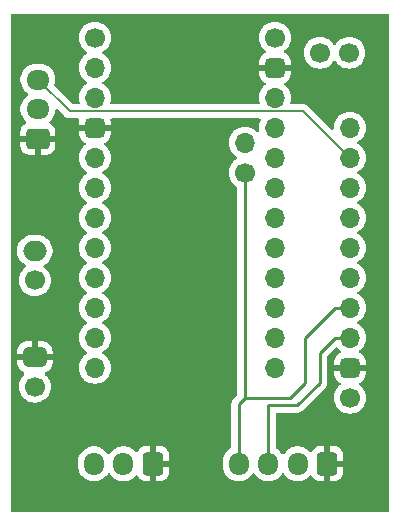
<source format=gbr>
%TF.GenerationSoftware,KiCad,Pcbnew,8.0.8*%
%TF.CreationDate,2025-02-07T21:56:42-07:00*%
%TF.ProjectId,Nitrox_Board,4e697472-6f78-45f4-926f-6172642e6b69,rev?*%
%TF.SameCoordinates,Original*%
%TF.FileFunction,Copper,L2,Bot*%
%TF.FilePolarity,Positive*%
%FSLAX46Y46*%
G04 Gerber Fmt 4.6, Leading zero omitted, Abs format (unit mm)*
G04 Created by KiCad (PCBNEW 8.0.8) date 2025-02-07 21:56:42*
%MOMM*%
%LPD*%
G01*
G04 APERTURE LIST*
G04 Aperture macros list*
%AMRoundRect*
0 Rectangle with rounded corners*
0 $1 Rounding radius*
0 $2 $3 $4 $5 $6 $7 $8 $9 X,Y pos of 4 corners*
0 Add a 4 corners polygon primitive as box body*
4,1,4,$2,$3,$4,$5,$6,$7,$8,$9,$2,$3,0*
0 Add four circle primitives for the rounded corners*
1,1,$1+$1,$2,$3*
1,1,$1+$1,$4,$5*
1,1,$1+$1,$6,$7*
1,1,$1+$1,$8,$9*
0 Add four rect primitives between the rounded corners*
20,1,$1+$1,$2,$3,$4,$5,0*
20,1,$1+$1,$4,$5,$6,$7,0*
20,1,$1+$1,$6,$7,$8,$9,0*
20,1,$1+$1,$8,$9,$2,$3,0*%
G04 Aperture macros list end*
%TA.AperFunction,ComponentPad*%
%ADD10RoundRect,0.250000X0.600000X0.725000X-0.600000X0.725000X-0.600000X-0.725000X0.600000X-0.725000X0*%
%TD*%
%TA.AperFunction,ComponentPad*%
%ADD11O,1.700000X1.950000*%
%TD*%
%TA.AperFunction,ComponentPad*%
%ADD12C,1.700000*%
%TD*%
%TA.AperFunction,ComponentPad*%
%ADD13O,1.700000X1.700000*%
%TD*%
%TA.AperFunction,ComponentPad*%
%ADD14RoundRect,0.425000X-0.425000X-0.425000X0.425000X-0.425000X0.425000X0.425000X-0.425000X0.425000X0*%
%TD*%
%TA.AperFunction,ComponentPad*%
%ADD15O,2.000000X1.700000*%
%TD*%
%TA.AperFunction,ComponentPad*%
%ADD16RoundRect,0.425000X0.575000X-0.425000X0.575000X0.425000X-0.575000X0.425000X-0.575000X-0.425000X0*%
%TD*%
%TA.AperFunction,ComponentPad*%
%ADD17RoundRect,0.250000X0.725000X-0.600000X0.725000X0.600000X-0.725000X0.600000X-0.725000X-0.600000X0*%
%TD*%
%TA.AperFunction,ComponentPad*%
%ADD18O,1.950000X1.700000*%
%TD*%
%TA.AperFunction,Conductor*%
%ADD19C,0.250000*%
%TD*%
%TA.AperFunction,Conductor*%
%ADD20C,0.200000*%
%TD*%
G04 APERTURE END LIST*
D10*
%TO.P,DISP1,1,Pin_1*%
%TO.N,GND*%
X167000000Y-97025000D03*
D11*
%TO.P,DISP1,2,Pin_2*%
%TO.N,VCC*%
X164500000Y-97025000D03*
%TO.P,DISP1,3,Pin_3*%
%TO.N,SCL*%
X162000000Y-97025000D03*
%TO.P,DISP1,4,Pin_4*%
%TO.N,SDA*%
X159500000Y-97025000D03*
%TD*%
D12*
%TO.P,i2c,1,Pin_1*%
%TO.N,SDA*%
X160020000Y-72390000D03*
D13*
%TO.P,i2c,2,Pin_2*%
%TO.N,SCL*%
X160020000Y-69850000D03*
%TD*%
D12*
%TO.P,Pro Mini,1,Pin_1*%
%TO.N,unconnected-(ProMini1-Pin_1-Pad1)*%
X147320000Y-60960000D03*
D13*
%TO.P,Pro Mini,2,Pin_2*%
%TO.N,unconnected-(ProMini1-Pin_2-Pad2)*%
X147320000Y-63500000D03*
%TO.P,Pro Mini,3,Pin_3*%
%TO.N,unconnected-(ProMini1-Pin_3-Pad3)*%
X147320000Y-66040000D03*
D14*
%TO.P,Pro Mini,4,Pin_4*%
%TO.N,GND*%
X147320000Y-68580000D03*
D13*
%TO.P,Pro Mini,5,Pin_5*%
%TO.N,Net-(Button1-Pin_1)*%
X147320000Y-71120000D03*
%TO.P,Pro Mini,6,Pin_6*%
%TO.N,unconnected-(ProMini1-Pin_6-Pad6)*%
X147320000Y-73660000D03*
%TO.P,Pro Mini,7,Pin_7*%
%TO.N,unconnected-(ProMini1-Pin_7-Pad7)*%
X147320000Y-76200000D03*
%TO.P,Pro Mini,8,Pin_8*%
%TO.N,unconnected-(ProMini1-Pin_8-Pad8)*%
X147320000Y-78740000D03*
%TO.P,Pro Mini,9,Pin_9*%
%TO.N,unconnected-(ProMini1-Pin_9-Pad9)*%
X147320000Y-81280000D03*
%TO.P,Pro Mini,10,Pin_10*%
%TO.N,unconnected-(ProMini1-Pin_10-Pad10)*%
X147320000Y-83820000D03*
%TO.P,Pro Mini,11,Pin_11*%
%TO.N,unconnected-(ProMini1-Pin_11-Pad11)*%
X147320000Y-86360000D03*
%TO.P,Pro Mini,12,Pin_12*%
%TO.N,unconnected-(ProMini1-Pin_12-Pad12)*%
X147320000Y-88900000D03*
%TD*%
D12*
%TO.P,SWTCH1,1,Pin_1*%
%TO.N,Net-(BAT1-Pin_1)*%
X142240000Y-81500000D03*
D15*
%TO.P,SWTCH1,2,Pin_2*%
%TO.N,Net-(ProMini2-Pin_1)*%
X142240000Y-79000000D03*
%TD*%
D10*
%TO.P,Button1,1,Pin_1*%
%TO.N,GND*%
X152250000Y-97025000D03*
D11*
%TO.P,Button1,2,Pin_2*%
%TO.N,VCC*%
X149750000Y-97025000D03*
%TO.P,Button1,3,Pin_3*%
%TO.N,Net-(Button1-Pin_1)*%
X147250000Y-97025000D03*
%TD*%
D12*
%TO.P,BAT1,1,Pin_1*%
%TO.N,Net-(BAT1-Pin_1)*%
X142240000Y-90500000D03*
D16*
%TO.P,BAT1,2,Pin_2*%
%TO.N,GND*%
X142240000Y-88000000D03*
%TD*%
D17*
%TO.P,COSENS,1,Pin_1*%
%TO.N,GND*%
X142500000Y-69500000D03*
D18*
%TO.P,COSENS,2,Pin_2*%
%TO.N,Net-(ProMini2-Pin_1)*%
X142500000Y-67000000D03*
%TO.P,COSENS,3,Pin_3*%
%TO.N,unconnected-(ADS1115-Pin_9-Pad9)*%
X142500000Y-64500000D03*
%TD*%
D12*
%TO.P,ProMini2,1,Pin_1*%
%TO.N,Net-(ProMini2-Pin_1)*%
X162560000Y-60960000D03*
D14*
%TO.P,ProMini2,2,Pin_2*%
%TO.N,GND*%
X162560000Y-63500000D03*
D13*
%TO.P,ProMini2,3,Pin_3*%
%TO.N,unconnected-(ProMini2-Pin_3-Pad3)*%
X162560000Y-66040000D03*
%TO.P,ProMini2,4,Pin_4*%
%TO.N,VCC*%
X162560000Y-68580000D03*
%TO.P,ProMini2,5,Pin_5*%
%TO.N,unconnected-(ProMini2-Pin_5-Pad5)*%
X162560000Y-71120000D03*
%TO.P,ProMini2,6,Pin_6*%
%TO.N,unconnected-(ProMini2-Pin_6-Pad6)*%
X162560000Y-73660000D03*
%TO.P,ProMini2,7,Pin_7*%
%TO.N,unconnected-(ProMini2-Pin_7-Pad7)*%
X162560000Y-76200000D03*
%TO.P,ProMini2,8,Pin_8*%
%TO.N,unconnected-(ProMini2-Pin_8-Pad8)*%
X162560000Y-78740000D03*
%TO.P,ProMini2,9,Pin_9*%
%TO.N,unconnected-(ProMini2-Pin_9-Pad9)*%
X162560000Y-81280000D03*
%TO.P,ProMini2,10,Pin_10*%
%TO.N,unconnected-(ProMini2-Pin_10-Pad10)*%
X162560000Y-83820000D03*
%TO.P,ProMini2,11,Pin_11*%
%TO.N,unconnected-(ProMini2-Pin_11-Pad11)*%
X162560000Y-86360000D03*
%TO.P,ProMini2,12,Pin_12*%
%TO.N,unconnected-(ProMini2-Pin_12-Pad12)*%
X162560000Y-88900000D03*
%TD*%
D12*
%TO.P,O2 Sensor,1,Pin_1*%
%TO.N,Net-(ADS1115-Pin_7)*%
X168870000Y-62230000D03*
%TO.P,O2 Sensor,2,Pin_2*%
%TO.N,Net-(ADS1115-Pin_8)*%
X166370000Y-62230000D03*
%TD*%
%TO.P,ADS1115,1,Pin_1*%
%TO.N,VCC*%
X168910000Y-91440000D03*
D14*
%TO.P,ADS1115,2,Pin_2*%
%TO.N,GND*%
X168910000Y-88900000D03*
D13*
%TO.P,ADS1115,3,Pin_3*%
%TO.N,SCL*%
X168910000Y-86360000D03*
%TO.P,ADS1115,4,Pin_4*%
%TO.N,SDA*%
X168910000Y-83820000D03*
%TO.P,ADS1115,5,Pin_5*%
%TO.N,unconnected-(ADS1115-Pin_5-Pad5)*%
X168910000Y-81280000D03*
%TO.P,ADS1115,6,Pin_6*%
%TO.N,unconnected-(ADS1115-Pin_6-Pad6)*%
X168910000Y-78740000D03*
%TO.P,ADS1115,7,Pin_7*%
%TO.N,Net-(ADS1115-Pin_7)*%
X168910000Y-76200000D03*
%TO.P,ADS1115,8,Pin_8*%
%TO.N,Net-(ADS1115-Pin_8)*%
X168910000Y-73660000D03*
%TO.P,ADS1115,9,Pin_9*%
%TO.N,unconnected-(ADS1115-Pin_9-Pad9)*%
X168910000Y-71120000D03*
%TO.P,ADS1115,10,Pin_10*%
%TO.N,unconnected-(ADS1115-Pin_10-Pad10)*%
X168910000Y-68580000D03*
%TD*%
D19*
%TO.N,SCL*%
X166370000Y-90170000D02*
X164465000Y-92075000D01*
X162000000Y-92075000D02*
X162000000Y-96500000D01*
X167640000Y-86360000D02*
X166370000Y-87630000D01*
X166370000Y-87630000D02*
X166370000Y-90170000D01*
X164465000Y-92075000D02*
X162000000Y-92075000D01*
X168910000Y-86360000D02*
X167640000Y-86360000D01*
%TO.N,SDA*%
X165100000Y-86360000D02*
X167640000Y-83820000D01*
X160020000Y-72390000D02*
X160020000Y-91440000D01*
X160020000Y-91440000D02*
X159500000Y-91960000D01*
X163830000Y-91440000D02*
X165100000Y-90170000D01*
X165100000Y-90170000D02*
X165100000Y-86360000D01*
X159500000Y-91960000D02*
X159500000Y-96500000D01*
X160020000Y-91440000D02*
X163830000Y-91440000D01*
X167640000Y-83820000D02*
X168910000Y-83820000D01*
D20*
%TO.N,unconnected-(ADS1115-Pin_9-Pad9)*%
X164980000Y-67190000D02*
X145190000Y-67190000D01*
X145190000Y-67190000D02*
X142500000Y-64500000D01*
X168910000Y-71120000D02*
X164980000Y-67190000D01*
%TD*%
%TA.AperFunction,Conductor*%
%TO.N,GND*%
G36*
X172162539Y-58940185D02*
G01*
X172208294Y-58992989D01*
X172219500Y-59044500D01*
X172219500Y-101015500D01*
X172199815Y-101082539D01*
X172147011Y-101128294D01*
X172095500Y-101139500D01*
X140324500Y-101139500D01*
X140257461Y-101119815D01*
X140211706Y-101067011D01*
X140200500Y-101015500D01*
X140200500Y-96793713D01*
X145899500Y-96793713D01*
X145899500Y-97256287D01*
X145932754Y-97466243D01*
X145943722Y-97500000D01*
X145998444Y-97668414D01*
X146094951Y-97857820D01*
X146219890Y-98029786D01*
X146370213Y-98180109D01*
X146542179Y-98305048D01*
X146542181Y-98305049D01*
X146542184Y-98305051D01*
X146731588Y-98401557D01*
X146933757Y-98467246D01*
X147143713Y-98500500D01*
X147143714Y-98500500D01*
X147356286Y-98500500D01*
X147356287Y-98500500D01*
X147566243Y-98467246D01*
X147768412Y-98401557D01*
X147957816Y-98305051D01*
X147979789Y-98289086D01*
X148129786Y-98180109D01*
X148129788Y-98180106D01*
X148129792Y-98180104D01*
X148280104Y-98029792D01*
X148399683Y-97865204D01*
X148455011Y-97822540D01*
X148524624Y-97816561D01*
X148586420Y-97849166D01*
X148600313Y-97865199D01*
X148627552Y-97902690D01*
X148719896Y-98029792D01*
X148870213Y-98180109D01*
X149042179Y-98305048D01*
X149042181Y-98305049D01*
X149042184Y-98305051D01*
X149231588Y-98401557D01*
X149433757Y-98467246D01*
X149643713Y-98500500D01*
X149643714Y-98500500D01*
X149856286Y-98500500D01*
X149856287Y-98500500D01*
X150066243Y-98467246D01*
X150268412Y-98401557D01*
X150457816Y-98305051D01*
X150515141Y-98263402D01*
X150629784Y-98180110D01*
X150629784Y-98180109D01*
X150629792Y-98180104D01*
X150768967Y-98040928D01*
X150830286Y-98007446D01*
X150899978Y-98012430D01*
X150955912Y-98054301D01*
X150962184Y-98063515D01*
X151057684Y-98218345D01*
X151181654Y-98342315D01*
X151330875Y-98434356D01*
X151330880Y-98434358D01*
X151497302Y-98489505D01*
X151497309Y-98489506D01*
X151600019Y-98499999D01*
X151999999Y-98499999D01*
X152000000Y-98499998D01*
X152000000Y-97429145D01*
X152066657Y-97467630D01*
X152187465Y-97500000D01*
X152312535Y-97500000D01*
X152433343Y-97467630D01*
X152500000Y-97429145D01*
X152500000Y-98499999D01*
X152899972Y-98499999D01*
X152899986Y-98499998D01*
X153002697Y-98489505D01*
X153169119Y-98434358D01*
X153169124Y-98434356D01*
X153318345Y-98342315D01*
X153442315Y-98218345D01*
X153534356Y-98069124D01*
X153534358Y-98069119D01*
X153589505Y-97902697D01*
X153589506Y-97902690D01*
X153599999Y-97799986D01*
X153600000Y-97799973D01*
X153600000Y-97275000D01*
X152654146Y-97275000D01*
X152692630Y-97208343D01*
X152725000Y-97087535D01*
X152725000Y-96962465D01*
X152692630Y-96841657D01*
X152654146Y-96775000D01*
X153599999Y-96775000D01*
X153599999Y-96250028D01*
X153599998Y-96250013D01*
X153589505Y-96147302D01*
X153534358Y-95980880D01*
X153534356Y-95980875D01*
X153442315Y-95831654D01*
X153318345Y-95707684D01*
X153169124Y-95615643D01*
X153169119Y-95615641D01*
X153002697Y-95560494D01*
X153002690Y-95560493D01*
X152899986Y-95550000D01*
X152500000Y-95550000D01*
X152500000Y-96620854D01*
X152433343Y-96582370D01*
X152312535Y-96550000D01*
X152187465Y-96550000D01*
X152066657Y-96582370D01*
X152000000Y-96620854D01*
X152000000Y-95550000D01*
X151600028Y-95550000D01*
X151600012Y-95550001D01*
X151497302Y-95560494D01*
X151330880Y-95615641D01*
X151330875Y-95615643D01*
X151181654Y-95707684D01*
X151057683Y-95831655D01*
X151057680Y-95831659D01*
X150962183Y-95986484D01*
X150910235Y-96033209D01*
X150841273Y-96044430D01*
X150777191Y-96016587D01*
X150768964Y-96009068D01*
X150629786Y-95869890D01*
X150457820Y-95744951D01*
X150268414Y-95648444D01*
X150268413Y-95648443D01*
X150268412Y-95648443D01*
X150066243Y-95582754D01*
X150066241Y-95582753D01*
X150066240Y-95582753D01*
X149904957Y-95557208D01*
X149856287Y-95549500D01*
X149643713Y-95549500D01*
X149595042Y-95557208D01*
X149433760Y-95582753D01*
X149231585Y-95648444D01*
X149042179Y-95744951D01*
X148870213Y-95869890D01*
X148719894Y-96020209D01*
X148719890Y-96020214D01*
X148600318Y-96184793D01*
X148544989Y-96227459D01*
X148475375Y-96233438D01*
X148413580Y-96200833D01*
X148399682Y-96184793D01*
X148280109Y-96020214D01*
X148280105Y-96020209D01*
X148129786Y-95869890D01*
X147957820Y-95744951D01*
X147768414Y-95648444D01*
X147768413Y-95648443D01*
X147768412Y-95648443D01*
X147566243Y-95582754D01*
X147566241Y-95582753D01*
X147566240Y-95582753D01*
X147404957Y-95557208D01*
X147356287Y-95549500D01*
X147143713Y-95549500D01*
X147095042Y-95557208D01*
X146933760Y-95582753D01*
X146731585Y-95648444D01*
X146542179Y-95744951D01*
X146370213Y-95869890D01*
X146219890Y-96020213D01*
X146094951Y-96192179D01*
X145998444Y-96381585D01*
X145932753Y-96583760D01*
X145923069Y-96644905D01*
X145899500Y-96793713D01*
X140200500Y-96793713D01*
X140200500Y-87510256D01*
X140740000Y-87510256D01*
X140740000Y-87750000D01*
X141806988Y-87750000D01*
X141774075Y-87807007D01*
X141740000Y-87934174D01*
X141740000Y-88065826D01*
X141774075Y-88192993D01*
X141806988Y-88250000D01*
X140740000Y-88250000D01*
X140740000Y-88489743D01*
X140746355Y-88570497D01*
X140796682Y-88758315D01*
X140884957Y-88931567D01*
X141007324Y-89082675D01*
X141158432Y-89205042D01*
X141315486Y-89285065D01*
X141366282Y-89333039D01*
X141383077Y-89400860D01*
X141360540Y-89466995D01*
X141346872Y-89483231D01*
X141201505Y-89628597D01*
X141065965Y-89822169D01*
X141065964Y-89822171D01*
X140966098Y-90036335D01*
X140966094Y-90036344D01*
X140904938Y-90264586D01*
X140904936Y-90264596D01*
X140884341Y-90499999D01*
X140884341Y-90500000D01*
X140904936Y-90735403D01*
X140904938Y-90735413D01*
X140966094Y-90963655D01*
X140966096Y-90963659D01*
X140966097Y-90963663D01*
X141043450Y-91129547D01*
X141065965Y-91177830D01*
X141065967Y-91177834D01*
X141174281Y-91332521D01*
X141201505Y-91371401D01*
X141368599Y-91538495D01*
X141401121Y-91561267D01*
X141562165Y-91674032D01*
X141562167Y-91674033D01*
X141562170Y-91674035D01*
X141776337Y-91773903D01*
X141776343Y-91773904D01*
X141776344Y-91773905D01*
X141789944Y-91777549D01*
X142004592Y-91835063D01*
X142192918Y-91851539D01*
X142239999Y-91855659D01*
X142240000Y-91855659D01*
X142240001Y-91855659D01*
X142279234Y-91852226D01*
X142475408Y-91835063D01*
X142703663Y-91773903D01*
X142917830Y-91674035D01*
X143111401Y-91538495D01*
X143278495Y-91371401D01*
X143414035Y-91177830D01*
X143513903Y-90963663D01*
X143575063Y-90735408D01*
X143595659Y-90500000D01*
X143575063Y-90264592D01*
X143513903Y-90036337D01*
X143414035Y-89822171D01*
X143378486Y-89771402D01*
X143278496Y-89628600D01*
X143227726Y-89577830D01*
X143133125Y-89483229D01*
X143099642Y-89421909D01*
X143104626Y-89352217D01*
X143146497Y-89296283D01*
X143164514Y-89285065D01*
X143321564Y-89205044D01*
X143321566Y-89205043D01*
X143472675Y-89082675D01*
X143595042Y-88931567D01*
X143683317Y-88758315D01*
X143733644Y-88570497D01*
X143739999Y-88489743D01*
X143740000Y-88489730D01*
X143740000Y-88250000D01*
X142673012Y-88250000D01*
X142705925Y-88192993D01*
X142740000Y-88065826D01*
X142740000Y-87934174D01*
X142705925Y-87807007D01*
X142673012Y-87750000D01*
X143740000Y-87750000D01*
X143740000Y-87510269D01*
X143739999Y-87510256D01*
X143733644Y-87429502D01*
X143683317Y-87241684D01*
X143595042Y-87068432D01*
X143472675Y-86917324D01*
X143321567Y-86794957D01*
X143148315Y-86706682D01*
X142960497Y-86656355D01*
X142879743Y-86650000D01*
X142490000Y-86650000D01*
X142490000Y-87566988D01*
X142432993Y-87534075D01*
X142305826Y-87500000D01*
X142174174Y-87500000D01*
X142047007Y-87534075D01*
X141990000Y-87566988D01*
X141990000Y-86650000D01*
X141600256Y-86650000D01*
X141519502Y-86656355D01*
X141331684Y-86706682D01*
X141158432Y-86794957D01*
X141007324Y-86917324D01*
X140884957Y-87068432D01*
X140796682Y-87241684D01*
X140746355Y-87429502D01*
X140740000Y-87510256D01*
X140200500Y-87510256D01*
X140200500Y-78893713D01*
X140739500Y-78893713D01*
X140739500Y-79106286D01*
X140772753Y-79316239D01*
X140838444Y-79518414D01*
X140934951Y-79707820D01*
X141059890Y-79879786D01*
X141210213Y-80030109D01*
X141382179Y-80155048D01*
X141382181Y-80155049D01*
X141382184Y-80155051D01*
X141443765Y-80186428D01*
X141443767Y-80186429D01*
X141494563Y-80234404D01*
X141511358Y-80302225D01*
X141488821Y-80368360D01*
X141458595Y-80398489D01*
X141368597Y-80461505D01*
X141201505Y-80628597D01*
X141065965Y-80822169D01*
X141065964Y-80822171D01*
X140966098Y-81036335D01*
X140966094Y-81036344D01*
X140904938Y-81264586D01*
X140904936Y-81264596D01*
X140884341Y-81499999D01*
X140884341Y-81500000D01*
X140904936Y-81735403D01*
X140904938Y-81735413D01*
X140966094Y-81963655D01*
X140966096Y-81963659D01*
X140966097Y-81963663D01*
X141053638Y-82151395D01*
X141065965Y-82177830D01*
X141065967Y-82177834D01*
X141164458Y-82318493D01*
X141201505Y-82371401D01*
X141368599Y-82538495D01*
X141385030Y-82550000D01*
X141562165Y-82674032D01*
X141562167Y-82674033D01*
X141562170Y-82674035D01*
X141776337Y-82773903D01*
X142004592Y-82835063D01*
X142192918Y-82851539D01*
X142239999Y-82855659D01*
X142240000Y-82855659D01*
X142240001Y-82855659D01*
X142279234Y-82852226D01*
X142475408Y-82835063D01*
X142703663Y-82773903D01*
X142917830Y-82674035D01*
X143111401Y-82538495D01*
X143278495Y-82371401D01*
X143414035Y-82177830D01*
X143513903Y-81963663D01*
X143575063Y-81735408D01*
X143595659Y-81500000D01*
X143575063Y-81264592D01*
X143513903Y-81036337D01*
X143414035Y-80822171D01*
X143278495Y-80628599D01*
X143278494Y-80628597D01*
X143111402Y-80461506D01*
X143111393Y-80461499D01*
X143021404Y-80398487D01*
X142977779Y-80343910D01*
X142970587Y-80274412D01*
X143002109Y-80212057D01*
X143036231Y-80186429D01*
X143097816Y-80155051D01*
X143180669Y-80094855D01*
X143269786Y-80030109D01*
X143269788Y-80030106D01*
X143269792Y-80030104D01*
X143420104Y-79879792D01*
X143420106Y-79879788D01*
X143420109Y-79879786D01*
X143545048Y-79707820D01*
X143545047Y-79707820D01*
X143545051Y-79707816D01*
X143641557Y-79518412D01*
X143707246Y-79316243D01*
X143740500Y-79106287D01*
X143740500Y-78893713D01*
X143707246Y-78683757D01*
X143641557Y-78481588D01*
X143545051Y-78292184D01*
X143545049Y-78292181D01*
X143545048Y-78292179D01*
X143420109Y-78120213D01*
X143269786Y-77969890D01*
X143097820Y-77844951D01*
X142908414Y-77748444D01*
X142908413Y-77748443D01*
X142908412Y-77748443D01*
X142706243Y-77682754D01*
X142706241Y-77682753D01*
X142706240Y-77682753D01*
X142544957Y-77657208D01*
X142496287Y-77649500D01*
X141983713Y-77649500D01*
X141935042Y-77657208D01*
X141773760Y-77682753D01*
X141571585Y-77748444D01*
X141382179Y-77844951D01*
X141210213Y-77969890D01*
X141059890Y-78120213D01*
X140934951Y-78292179D01*
X140838444Y-78481585D01*
X140772753Y-78683760D01*
X140739500Y-78893713D01*
X140200500Y-78893713D01*
X140200500Y-64393713D01*
X141024500Y-64393713D01*
X141024500Y-64606286D01*
X141049811Y-64766097D01*
X141057754Y-64816243D01*
X141117950Y-65001507D01*
X141123444Y-65018414D01*
X141219951Y-65207820D01*
X141344890Y-65379786D01*
X141495209Y-65530105D01*
X141495214Y-65530109D01*
X141659793Y-65649682D01*
X141702459Y-65705011D01*
X141708438Y-65774625D01*
X141675833Y-65836420D01*
X141659793Y-65850318D01*
X141495214Y-65969890D01*
X141495209Y-65969894D01*
X141344890Y-66120213D01*
X141219951Y-66292179D01*
X141123444Y-66481585D01*
X141057753Y-66683760D01*
X141024500Y-66893713D01*
X141024500Y-67106286D01*
X141056146Y-67306094D01*
X141057754Y-67316243D01*
X141086907Y-67405967D01*
X141123444Y-67518414D01*
X141219951Y-67707820D01*
X141344890Y-67879786D01*
X141484068Y-68018964D01*
X141517553Y-68080287D01*
X141512569Y-68149979D01*
X141470697Y-68205912D01*
X141461484Y-68212183D01*
X141306659Y-68307680D01*
X141306655Y-68307683D01*
X141182684Y-68431654D01*
X141090643Y-68580875D01*
X141090641Y-68580880D01*
X141035494Y-68747302D01*
X141035493Y-68747309D01*
X141025000Y-68850013D01*
X141025000Y-69250000D01*
X142095854Y-69250000D01*
X142057370Y-69316657D01*
X142025000Y-69437465D01*
X142025000Y-69562535D01*
X142057370Y-69683343D01*
X142095854Y-69750000D01*
X141025001Y-69750000D01*
X141025001Y-70149986D01*
X141035494Y-70252697D01*
X141090641Y-70419119D01*
X141090643Y-70419124D01*
X141182684Y-70568345D01*
X141306654Y-70692315D01*
X141455875Y-70784356D01*
X141455880Y-70784358D01*
X141622302Y-70839505D01*
X141622309Y-70839506D01*
X141725019Y-70849999D01*
X142249999Y-70849999D01*
X142250000Y-70849998D01*
X142250000Y-69904145D01*
X142316657Y-69942630D01*
X142437465Y-69975000D01*
X142562535Y-69975000D01*
X142683343Y-69942630D01*
X142750000Y-69904145D01*
X142750000Y-70849999D01*
X143274972Y-70849999D01*
X143274986Y-70849998D01*
X143377697Y-70839505D01*
X143544119Y-70784358D01*
X143544124Y-70784356D01*
X143693345Y-70692315D01*
X143817315Y-70568345D01*
X143909356Y-70419124D01*
X143909358Y-70419119D01*
X143964505Y-70252697D01*
X143964506Y-70252690D01*
X143974999Y-70149986D01*
X143975000Y-70149973D01*
X143975000Y-69750000D01*
X142904146Y-69750000D01*
X142942630Y-69683343D01*
X142975000Y-69562535D01*
X142975000Y-69437465D01*
X142942630Y-69316657D01*
X142904146Y-69250000D01*
X143974999Y-69250000D01*
X143974999Y-68850028D01*
X143974998Y-68850013D01*
X143964505Y-68747302D01*
X143909358Y-68580880D01*
X143909356Y-68580875D01*
X143817315Y-68431654D01*
X143693345Y-68307684D01*
X143538515Y-68212184D01*
X143491791Y-68160236D01*
X143480568Y-68091273D01*
X143508412Y-68027191D01*
X143515909Y-68018986D01*
X143655104Y-67879792D01*
X143780051Y-67707816D01*
X143876557Y-67518412D01*
X143942246Y-67316243D01*
X143943854Y-67306094D01*
X143956802Y-67224341D01*
X143975500Y-67106287D01*
X143975500Y-67106281D01*
X143975925Y-67103598D01*
X144005854Y-67040463D01*
X144065165Y-67003531D01*
X144135028Y-67004529D01*
X144186079Y-67035314D01*
X144705139Y-67554374D01*
X144705149Y-67554385D01*
X144709479Y-67558715D01*
X144709480Y-67558716D01*
X144821284Y-67670520D01*
X144821286Y-67670521D01*
X144821290Y-67670524D01*
X144887239Y-67708599D01*
X144958216Y-67749577D01*
X145070019Y-67779534D01*
X145110942Y-67790500D01*
X145110943Y-67790500D01*
X145873437Y-67790500D01*
X145940476Y-67810185D01*
X145986231Y-67862989D01*
X145996175Y-67932147D01*
X145993212Y-67946593D01*
X145976355Y-68009501D01*
X145970000Y-68090256D01*
X145970000Y-68330000D01*
X146886988Y-68330000D01*
X146854075Y-68387007D01*
X146820000Y-68514174D01*
X146820000Y-68645826D01*
X146854075Y-68772993D01*
X146886988Y-68830000D01*
X145970000Y-68830000D01*
X145970000Y-69069743D01*
X145976355Y-69150497D01*
X146026682Y-69338315D01*
X146114957Y-69511567D01*
X146237324Y-69662675D01*
X146388433Y-69785043D01*
X146388435Y-69785044D01*
X146484443Y-69833962D01*
X146535239Y-69881936D01*
X146552035Y-69949757D01*
X146529498Y-70015892D01*
X146499274Y-70046021D01*
X146448595Y-70081507D01*
X146281505Y-70248597D01*
X146145965Y-70442169D01*
X146145964Y-70442171D01*
X146046098Y-70656335D01*
X146046094Y-70656344D01*
X145984938Y-70884586D01*
X145984936Y-70884596D01*
X145964341Y-71119999D01*
X145964341Y-71120000D01*
X145984936Y-71355403D01*
X145984938Y-71355413D01*
X146046094Y-71583655D01*
X146046096Y-71583659D01*
X146046097Y-71583663D01*
X146145965Y-71797830D01*
X146145967Y-71797834D01*
X146281501Y-71991395D01*
X146281506Y-71991402D01*
X146448597Y-72158493D01*
X146448603Y-72158498D01*
X146634158Y-72288425D01*
X146677783Y-72343002D01*
X146684977Y-72412500D01*
X146653454Y-72474855D01*
X146634158Y-72491575D01*
X146448597Y-72621505D01*
X146281505Y-72788597D01*
X146145965Y-72982169D01*
X146145964Y-72982171D01*
X146046098Y-73196335D01*
X146046094Y-73196344D01*
X145984938Y-73424586D01*
X145984936Y-73424596D01*
X145964341Y-73659999D01*
X145964341Y-73660000D01*
X145984936Y-73895403D01*
X145984938Y-73895413D01*
X146046094Y-74123655D01*
X146046096Y-74123659D01*
X146046097Y-74123663D01*
X146145965Y-74337830D01*
X146145967Y-74337834D01*
X146281501Y-74531395D01*
X146281506Y-74531402D01*
X146448597Y-74698493D01*
X146448603Y-74698498D01*
X146634158Y-74828425D01*
X146677783Y-74883002D01*
X146684977Y-74952500D01*
X146653454Y-75014855D01*
X146634158Y-75031575D01*
X146448597Y-75161505D01*
X146281505Y-75328597D01*
X146145965Y-75522169D01*
X146145964Y-75522171D01*
X146046098Y-75736335D01*
X146046094Y-75736344D01*
X145984938Y-75964586D01*
X145984936Y-75964596D01*
X145964341Y-76199999D01*
X145964341Y-76200000D01*
X145984936Y-76435403D01*
X145984938Y-76435413D01*
X146046094Y-76663655D01*
X146046096Y-76663659D01*
X146046097Y-76663663D01*
X146145965Y-76877830D01*
X146145967Y-76877834D01*
X146281501Y-77071395D01*
X146281506Y-77071402D01*
X146448597Y-77238493D01*
X146448603Y-77238498D01*
X146634158Y-77368425D01*
X146677783Y-77423002D01*
X146684977Y-77492500D01*
X146653454Y-77554855D01*
X146634158Y-77571575D01*
X146448597Y-77701505D01*
X146281505Y-77868597D01*
X146145965Y-78062169D01*
X146145964Y-78062171D01*
X146046098Y-78276335D01*
X146046094Y-78276344D01*
X145984938Y-78504586D01*
X145984936Y-78504596D01*
X145964341Y-78739999D01*
X145964341Y-78740000D01*
X145984936Y-78975403D01*
X145984938Y-78975413D01*
X146046094Y-79203655D01*
X146046096Y-79203659D01*
X146046097Y-79203663D01*
X146098592Y-79316239D01*
X146145965Y-79417830D01*
X146145967Y-79417834D01*
X146281501Y-79611395D01*
X146281506Y-79611402D01*
X146448597Y-79778493D01*
X146448603Y-79778498D01*
X146634158Y-79908425D01*
X146677783Y-79963002D01*
X146684977Y-80032500D01*
X146653454Y-80094855D01*
X146634158Y-80111575D01*
X146448597Y-80241505D01*
X146281505Y-80408597D01*
X146145965Y-80602169D01*
X146145964Y-80602171D01*
X146046098Y-80816335D01*
X146046094Y-80816344D01*
X145984938Y-81044586D01*
X145984936Y-81044596D01*
X145964341Y-81279999D01*
X145964341Y-81280000D01*
X145984936Y-81515403D01*
X145984938Y-81515413D01*
X146046094Y-81743655D01*
X146046096Y-81743659D01*
X146046097Y-81743663D01*
X146145965Y-81957830D01*
X146145967Y-81957834D01*
X146281501Y-82151395D01*
X146281506Y-82151402D01*
X146448597Y-82318493D01*
X146448603Y-82318498D01*
X146634158Y-82448425D01*
X146677783Y-82503002D01*
X146684977Y-82572500D01*
X146653454Y-82634855D01*
X146634158Y-82651575D01*
X146448597Y-82781505D01*
X146281505Y-82948597D01*
X146145965Y-83142169D01*
X146145964Y-83142171D01*
X146046098Y-83356335D01*
X146046094Y-83356344D01*
X145984938Y-83584586D01*
X145984936Y-83584596D01*
X145964341Y-83819999D01*
X145964341Y-83820000D01*
X145984936Y-84055403D01*
X145984938Y-84055413D01*
X146046094Y-84283655D01*
X146046096Y-84283659D01*
X146046097Y-84283663D01*
X146145965Y-84497830D01*
X146145967Y-84497834D01*
X146281501Y-84691395D01*
X146281506Y-84691402D01*
X146448597Y-84858493D01*
X146448603Y-84858498D01*
X146634158Y-84988425D01*
X146677783Y-85043002D01*
X146684977Y-85112500D01*
X146653454Y-85174855D01*
X146634158Y-85191575D01*
X146448597Y-85321505D01*
X146281505Y-85488597D01*
X146145965Y-85682169D01*
X146145964Y-85682171D01*
X146046098Y-85896335D01*
X146046094Y-85896344D01*
X145984938Y-86124586D01*
X145984936Y-86124596D01*
X145964341Y-86359999D01*
X145964341Y-86360000D01*
X145984936Y-86595403D01*
X145984938Y-86595413D01*
X146046094Y-86823655D01*
X146046096Y-86823659D01*
X146046097Y-86823663D01*
X146089772Y-86917324D01*
X146145965Y-87037830D01*
X146145967Y-87037834D01*
X146234910Y-87164857D01*
X146264229Y-87206729D01*
X146281501Y-87231395D01*
X146281506Y-87231402D01*
X146448597Y-87398493D01*
X146448603Y-87398498D01*
X146634158Y-87528425D01*
X146677783Y-87583002D01*
X146684977Y-87652500D01*
X146653454Y-87714855D01*
X146634158Y-87731575D01*
X146448597Y-87861505D01*
X146281505Y-88028597D01*
X146145965Y-88222169D01*
X146145964Y-88222171D01*
X146046098Y-88436335D01*
X146046094Y-88436344D01*
X145984938Y-88664586D01*
X145984936Y-88664596D01*
X145964341Y-88899999D01*
X145964341Y-88900000D01*
X145984936Y-89135403D01*
X145984938Y-89135413D01*
X146046094Y-89363655D01*
X146046096Y-89363659D01*
X146046097Y-89363663D01*
X146073258Y-89421909D01*
X146145965Y-89577830D01*
X146145967Y-89577834D01*
X146202321Y-89658315D01*
X146281505Y-89771401D01*
X146448599Y-89938495D01*
X146511695Y-89982675D01*
X146642165Y-90074032D01*
X146642167Y-90074033D01*
X146642170Y-90074035D01*
X146856337Y-90173903D01*
X147084592Y-90235063D01*
X147272918Y-90251539D01*
X147319999Y-90255659D01*
X147320000Y-90255659D01*
X147320001Y-90255659D01*
X147359234Y-90252226D01*
X147555408Y-90235063D01*
X147783663Y-90173903D01*
X147997830Y-90074035D01*
X148191401Y-89938495D01*
X148358495Y-89771401D01*
X148494035Y-89577830D01*
X148593903Y-89363663D01*
X148655063Y-89135408D01*
X148675659Y-88900000D01*
X148655063Y-88664592D01*
X148593903Y-88436337D01*
X148494035Y-88222171D01*
X148473605Y-88192993D01*
X148358494Y-88028597D01*
X148191402Y-87861506D01*
X148191396Y-87861501D01*
X148005842Y-87731575D01*
X147962217Y-87676998D01*
X147955023Y-87607500D01*
X147986546Y-87545145D01*
X148005842Y-87528425D01*
X148046437Y-87500000D01*
X148191401Y-87398495D01*
X148358495Y-87231401D01*
X148494035Y-87037830D01*
X148593903Y-86823663D01*
X148655063Y-86595408D01*
X148675659Y-86360000D01*
X148655063Y-86124592D01*
X148593903Y-85896337D01*
X148494035Y-85682171D01*
X148493652Y-85681623D01*
X148358494Y-85488597D01*
X148191402Y-85321506D01*
X148191396Y-85321501D01*
X148005842Y-85191575D01*
X147962217Y-85136998D01*
X147955023Y-85067500D01*
X147986546Y-85005145D01*
X148005842Y-84988425D01*
X148028026Y-84972891D01*
X148191401Y-84858495D01*
X148358495Y-84691401D01*
X148494035Y-84497830D01*
X148593903Y-84283663D01*
X148655063Y-84055408D01*
X148675659Y-83820000D01*
X148655063Y-83584592D01*
X148593903Y-83356337D01*
X148494035Y-83142171D01*
X148493652Y-83141623D01*
X148358494Y-82948597D01*
X148191402Y-82781506D01*
X148191396Y-82781501D01*
X148005842Y-82651575D01*
X147962217Y-82596998D01*
X147955023Y-82527500D01*
X147986546Y-82465145D01*
X148005842Y-82448425D01*
X148115852Y-82371395D01*
X148191401Y-82318495D01*
X148358495Y-82151401D01*
X148494035Y-81957830D01*
X148593903Y-81743663D01*
X148655063Y-81515408D01*
X148675659Y-81280000D01*
X148655063Y-81044592D01*
X148593903Y-80816337D01*
X148494035Y-80602171D01*
X148358495Y-80408599D01*
X148358494Y-80408597D01*
X148191402Y-80241506D01*
X148191396Y-80241501D01*
X148005842Y-80111575D01*
X147962217Y-80056998D01*
X147955023Y-79987500D01*
X147986546Y-79925145D01*
X148005842Y-79908425D01*
X148046743Y-79879786D01*
X148191401Y-79778495D01*
X148358495Y-79611401D01*
X148494035Y-79417830D01*
X148593903Y-79203663D01*
X148655063Y-78975408D01*
X148675659Y-78740000D01*
X148655063Y-78504592D01*
X148593903Y-78276337D01*
X148494035Y-78062171D01*
X148429420Y-77969890D01*
X148358494Y-77868597D01*
X148191402Y-77701506D01*
X148191396Y-77701501D01*
X148005842Y-77571575D01*
X147962217Y-77516998D01*
X147955023Y-77447500D01*
X147986546Y-77385145D01*
X148005842Y-77368425D01*
X148028026Y-77352891D01*
X148191401Y-77238495D01*
X148358495Y-77071401D01*
X148494035Y-76877830D01*
X148593903Y-76663663D01*
X148655063Y-76435408D01*
X148675659Y-76200000D01*
X148655063Y-75964592D01*
X148593903Y-75736337D01*
X148494035Y-75522171D01*
X148358495Y-75328599D01*
X148358494Y-75328597D01*
X148191402Y-75161506D01*
X148191396Y-75161501D01*
X148005842Y-75031575D01*
X147962217Y-74976998D01*
X147955023Y-74907500D01*
X147986546Y-74845145D01*
X148005842Y-74828425D01*
X148028026Y-74812891D01*
X148191401Y-74698495D01*
X148358495Y-74531401D01*
X148494035Y-74337830D01*
X148593903Y-74123663D01*
X148655063Y-73895408D01*
X148675659Y-73660000D01*
X148655063Y-73424592D01*
X148593903Y-73196337D01*
X148494035Y-72982171D01*
X148404054Y-72853663D01*
X148358494Y-72788597D01*
X148191402Y-72621506D01*
X148191396Y-72621501D01*
X148005842Y-72491575D01*
X147962217Y-72436998D01*
X147955023Y-72367500D01*
X147986546Y-72305145D01*
X148005842Y-72288425D01*
X148028026Y-72272891D01*
X148191401Y-72158495D01*
X148358495Y-71991401D01*
X148494035Y-71797830D01*
X148593903Y-71583663D01*
X148655063Y-71355408D01*
X148675659Y-71120000D01*
X148673690Y-71097500D01*
X148666772Y-71018425D01*
X148655063Y-70884592D01*
X148593903Y-70656337D01*
X148494035Y-70442171D01*
X148477898Y-70419124D01*
X148358494Y-70248597D01*
X148191402Y-70081506D01*
X148191401Y-70081505D01*
X148140725Y-70046021D01*
X148097101Y-69991445D01*
X148089909Y-69921946D01*
X148121431Y-69859592D01*
X148155556Y-69833962D01*
X148251565Y-69785044D01*
X148251566Y-69785043D01*
X148402675Y-69662675D01*
X148525042Y-69511567D01*
X148613317Y-69338315D01*
X148663644Y-69150497D01*
X148669999Y-69069743D01*
X148670000Y-69069730D01*
X148670000Y-68830000D01*
X147753012Y-68830000D01*
X147785925Y-68772993D01*
X147820000Y-68645826D01*
X147820000Y-68514174D01*
X147785925Y-68387007D01*
X147753012Y-68330000D01*
X148670000Y-68330000D01*
X148670000Y-68090269D01*
X148669999Y-68090256D01*
X148663644Y-68009501D01*
X148646788Y-67946593D01*
X148648451Y-67876743D01*
X148687614Y-67818881D01*
X148751842Y-67791377D01*
X148766563Y-67790500D01*
X161243397Y-67790500D01*
X161310436Y-67810185D01*
X161356191Y-67862989D01*
X161366135Y-67932147D01*
X161355779Y-67966905D01*
X161286097Y-68116335D01*
X161286094Y-68116344D01*
X161224938Y-68344586D01*
X161224936Y-68344596D01*
X161204341Y-68579999D01*
X161204341Y-68580000D01*
X161224936Y-68815403D01*
X161224938Y-68815412D01*
X161225817Y-68818692D01*
X161225781Y-68820193D01*
X161225878Y-68820742D01*
X161225767Y-68820761D01*
X161224152Y-68888542D01*
X161184988Y-68946403D01*
X161120759Y-68973905D01*
X161051857Y-68962317D01*
X161018360Y-68938464D01*
X160966903Y-68887007D01*
X160891401Y-68811505D01*
X160891397Y-68811502D01*
X160891396Y-68811501D01*
X160697834Y-68675967D01*
X160697830Y-68675965D01*
X160551744Y-68607844D01*
X160483663Y-68576097D01*
X160483659Y-68576096D01*
X160483655Y-68576094D01*
X160255413Y-68514938D01*
X160255403Y-68514936D01*
X160020001Y-68494341D01*
X160019999Y-68494341D01*
X159784596Y-68514936D01*
X159784586Y-68514938D01*
X159556344Y-68576094D01*
X159556335Y-68576098D01*
X159342171Y-68675964D01*
X159342169Y-68675965D01*
X159148597Y-68811505D01*
X158981505Y-68978597D01*
X158845965Y-69172169D01*
X158845964Y-69172171D01*
X158746098Y-69386335D01*
X158746094Y-69386344D01*
X158684938Y-69614586D01*
X158684936Y-69614596D01*
X158664341Y-69849999D01*
X158664341Y-69850000D01*
X158684936Y-70085403D01*
X158684938Y-70085413D01*
X158746094Y-70313655D01*
X158746096Y-70313659D01*
X158746097Y-70313663D01*
X158845965Y-70527830D01*
X158845967Y-70527834D01*
X158981501Y-70721395D01*
X158981506Y-70721402D01*
X159148597Y-70888493D01*
X159148603Y-70888498D01*
X159334158Y-71018425D01*
X159377783Y-71073002D01*
X159384977Y-71142500D01*
X159353454Y-71204855D01*
X159334158Y-71221575D01*
X159148597Y-71351505D01*
X158981505Y-71518597D01*
X158845965Y-71712169D01*
X158845964Y-71712171D01*
X158746098Y-71926335D01*
X158746094Y-71926344D01*
X158684938Y-72154586D01*
X158684936Y-72154596D01*
X158664341Y-72389999D01*
X158664341Y-72390000D01*
X158684936Y-72625403D01*
X158684938Y-72625413D01*
X158746094Y-72853655D01*
X158746096Y-72853659D01*
X158746097Y-72853663D01*
X158845965Y-73067830D01*
X158845967Y-73067834D01*
X158954281Y-73222521D01*
X158981505Y-73261401D01*
X159148599Y-73428495D01*
X159341624Y-73563653D01*
X159385248Y-73618228D01*
X159394500Y-73665226D01*
X159394500Y-91129547D01*
X159374815Y-91196586D01*
X159358181Y-91217228D01*
X159014144Y-91561264D01*
X159014138Y-91561272D01*
X158945690Y-91663708D01*
X158945688Y-91663713D01*
X158898540Y-91777538D01*
X158898537Y-91777547D01*
X158875665Y-91892541D01*
X158875663Y-91892549D01*
X158874500Y-91898394D01*
X158874500Y-95627019D01*
X158854815Y-95694058D01*
X158806797Y-95737503D01*
X158792180Y-95744950D01*
X158620213Y-95869890D01*
X158469890Y-96020213D01*
X158344951Y-96192179D01*
X158248444Y-96381585D01*
X158182753Y-96583760D01*
X158173069Y-96644905D01*
X158149500Y-96793713D01*
X158149500Y-97256287D01*
X158182754Y-97466243D01*
X158193722Y-97500000D01*
X158248444Y-97668414D01*
X158344951Y-97857820D01*
X158469890Y-98029786D01*
X158620213Y-98180109D01*
X158792179Y-98305048D01*
X158792181Y-98305049D01*
X158792184Y-98305051D01*
X158981588Y-98401557D01*
X159183757Y-98467246D01*
X159393713Y-98500500D01*
X159393714Y-98500500D01*
X159606286Y-98500500D01*
X159606287Y-98500500D01*
X159816243Y-98467246D01*
X160018412Y-98401557D01*
X160207816Y-98305051D01*
X160229789Y-98289086D01*
X160379786Y-98180109D01*
X160379788Y-98180106D01*
X160379792Y-98180104D01*
X160530104Y-98029792D01*
X160649683Y-97865204D01*
X160705011Y-97822540D01*
X160774624Y-97816561D01*
X160836420Y-97849166D01*
X160850313Y-97865199D01*
X160877552Y-97902690D01*
X160969896Y-98029792D01*
X161120213Y-98180109D01*
X161292179Y-98305048D01*
X161292181Y-98305049D01*
X161292184Y-98305051D01*
X161481588Y-98401557D01*
X161683757Y-98467246D01*
X161893713Y-98500500D01*
X161893714Y-98500500D01*
X162106286Y-98500500D01*
X162106287Y-98500500D01*
X162316243Y-98467246D01*
X162518412Y-98401557D01*
X162707816Y-98305051D01*
X162729789Y-98289086D01*
X162879786Y-98180109D01*
X162879788Y-98180106D01*
X162879792Y-98180104D01*
X163030104Y-98029792D01*
X163149683Y-97865204D01*
X163205011Y-97822540D01*
X163274624Y-97816561D01*
X163336420Y-97849166D01*
X163350313Y-97865199D01*
X163377552Y-97902690D01*
X163469896Y-98029792D01*
X163620213Y-98180109D01*
X163792179Y-98305048D01*
X163792181Y-98305049D01*
X163792184Y-98305051D01*
X163981588Y-98401557D01*
X164183757Y-98467246D01*
X164393713Y-98500500D01*
X164393714Y-98500500D01*
X164606286Y-98500500D01*
X164606287Y-98500500D01*
X164816243Y-98467246D01*
X165018412Y-98401557D01*
X165207816Y-98305051D01*
X165265141Y-98263402D01*
X165379784Y-98180110D01*
X165379784Y-98180109D01*
X165379792Y-98180104D01*
X165518967Y-98040928D01*
X165580286Y-98007446D01*
X165649978Y-98012430D01*
X165705912Y-98054301D01*
X165712184Y-98063515D01*
X165807684Y-98218345D01*
X165931654Y-98342315D01*
X166080875Y-98434356D01*
X166080880Y-98434358D01*
X166247302Y-98489505D01*
X166247309Y-98489506D01*
X166350019Y-98499999D01*
X166749999Y-98499999D01*
X166750000Y-98499998D01*
X166750000Y-97429145D01*
X166816657Y-97467630D01*
X166937465Y-97500000D01*
X167062535Y-97500000D01*
X167183343Y-97467630D01*
X167250000Y-97429145D01*
X167250000Y-98499999D01*
X167649972Y-98499999D01*
X167649986Y-98499998D01*
X167752697Y-98489505D01*
X167919119Y-98434358D01*
X167919124Y-98434356D01*
X168068345Y-98342315D01*
X168192315Y-98218345D01*
X168284356Y-98069124D01*
X168284358Y-98069119D01*
X168339505Y-97902697D01*
X168339506Y-97902690D01*
X168349999Y-97799986D01*
X168350000Y-97799973D01*
X168350000Y-97275000D01*
X167404146Y-97275000D01*
X167442630Y-97208343D01*
X167475000Y-97087535D01*
X167475000Y-96962465D01*
X167442630Y-96841657D01*
X167404146Y-96775000D01*
X168349999Y-96775000D01*
X168349999Y-96250028D01*
X168349998Y-96250013D01*
X168339505Y-96147302D01*
X168284358Y-95980880D01*
X168284356Y-95980875D01*
X168192315Y-95831654D01*
X168068345Y-95707684D01*
X167919124Y-95615643D01*
X167919119Y-95615641D01*
X167752697Y-95560494D01*
X167752690Y-95560493D01*
X167649986Y-95550000D01*
X167250000Y-95550000D01*
X167250000Y-96620854D01*
X167183343Y-96582370D01*
X167062535Y-96550000D01*
X166937465Y-96550000D01*
X166816657Y-96582370D01*
X166750000Y-96620854D01*
X166750000Y-95550000D01*
X166350028Y-95550000D01*
X166350012Y-95550001D01*
X166247302Y-95560494D01*
X166080880Y-95615641D01*
X166080875Y-95615643D01*
X165931654Y-95707684D01*
X165807683Y-95831655D01*
X165807680Y-95831659D01*
X165712183Y-95986484D01*
X165660235Y-96033209D01*
X165591273Y-96044430D01*
X165527191Y-96016587D01*
X165518964Y-96009068D01*
X165379786Y-95869890D01*
X165207820Y-95744951D01*
X165018414Y-95648444D01*
X165018413Y-95648443D01*
X165018412Y-95648443D01*
X164816243Y-95582754D01*
X164816241Y-95582753D01*
X164816240Y-95582753D01*
X164654957Y-95557208D01*
X164606287Y-95549500D01*
X164393713Y-95549500D01*
X164345042Y-95557208D01*
X164183760Y-95582753D01*
X163981585Y-95648444D01*
X163792179Y-95744951D01*
X163620213Y-95869890D01*
X163469894Y-96020209D01*
X163469890Y-96020214D01*
X163350318Y-96184793D01*
X163294989Y-96227459D01*
X163225375Y-96233438D01*
X163163580Y-96200833D01*
X163149682Y-96184793D01*
X163030109Y-96020214D01*
X163030105Y-96020209D01*
X162879786Y-95869890D01*
X162707819Y-95744950D01*
X162693203Y-95737503D01*
X162642408Y-95689527D01*
X162625500Y-95627019D01*
X162625500Y-92824500D01*
X162645185Y-92757461D01*
X162697989Y-92711706D01*
X162749500Y-92700500D01*
X164526607Y-92700500D01*
X164587029Y-92688481D01*
X164647452Y-92676463D01*
X164647455Y-92676461D01*
X164647458Y-92676461D01*
X164680787Y-92662654D01*
X164680786Y-92662654D01*
X164680792Y-92662652D01*
X164761286Y-92629312D01*
X164812509Y-92595084D01*
X164863733Y-92560858D01*
X164950858Y-92473733D01*
X164950859Y-92473731D01*
X164957925Y-92466665D01*
X164957928Y-92466661D01*
X166768729Y-90655860D01*
X166768733Y-90655858D01*
X166855858Y-90568733D01*
X166924311Y-90466286D01*
X166924312Y-90466285D01*
X166924313Y-90466282D01*
X166924315Y-90466279D01*
X166934672Y-90441272D01*
X166971463Y-90352451D01*
X166995500Y-90231607D01*
X166995500Y-90108393D01*
X166995500Y-87940451D01*
X167015185Y-87873412D01*
X167031815Y-87852774D01*
X167677100Y-87207488D01*
X167738423Y-87174004D01*
X167808115Y-87178988D01*
X167864048Y-87220860D01*
X167866332Y-87224014D01*
X167871505Y-87231401D01*
X167871506Y-87231402D01*
X167871507Y-87231403D01*
X168038597Y-87398493D01*
X168038603Y-87398498D01*
X168089272Y-87433977D01*
X168132897Y-87488554D01*
X168140091Y-87558052D01*
X168108568Y-87620407D01*
X168074444Y-87646037D01*
X167978432Y-87694957D01*
X167827324Y-87817324D01*
X167704957Y-87968432D01*
X167616682Y-88141684D01*
X167566355Y-88329502D01*
X167560000Y-88410256D01*
X167560000Y-88650000D01*
X168476988Y-88650000D01*
X168444075Y-88707007D01*
X168410000Y-88834174D01*
X168410000Y-88965826D01*
X168444075Y-89092993D01*
X168476988Y-89150000D01*
X167560000Y-89150000D01*
X167560000Y-89389743D01*
X167566355Y-89470497D01*
X167616682Y-89658315D01*
X167704957Y-89831567D01*
X167827324Y-89982675D01*
X167978433Y-90105043D01*
X167978435Y-90105044D01*
X168074443Y-90153962D01*
X168125239Y-90201936D01*
X168142035Y-90269757D01*
X168119498Y-90335892D01*
X168089274Y-90366021D01*
X168038595Y-90401507D01*
X167871505Y-90568597D01*
X167735965Y-90762169D01*
X167735964Y-90762171D01*
X167636098Y-90976335D01*
X167636094Y-90976344D01*
X167574938Y-91204586D01*
X167574936Y-91204596D01*
X167554341Y-91439999D01*
X167554341Y-91440000D01*
X167574936Y-91675403D01*
X167574938Y-91675413D01*
X167636094Y-91903655D01*
X167636096Y-91903659D01*
X167636097Y-91903663D01*
X167711563Y-92065500D01*
X167735965Y-92117830D01*
X167735967Y-92117834D01*
X167795891Y-92203413D01*
X167871505Y-92311401D01*
X168038599Y-92478495D01*
X168135384Y-92546265D01*
X168232165Y-92614032D01*
X168232167Y-92614033D01*
X168232170Y-92614035D01*
X168446337Y-92713903D01*
X168674592Y-92775063D01*
X168862918Y-92791539D01*
X168909999Y-92795659D01*
X168910000Y-92795659D01*
X168910001Y-92795659D01*
X168949234Y-92792226D01*
X169145408Y-92775063D01*
X169373663Y-92713903D01*
X169587830Y-92614035D01*
X169781401Y-92478495D01*
X169948495Y-92311401D01*
X170084035Y-92117830D01*
X170183903Y-91903663D01*
X170245063Y-91675408D01*
X170265659Y-91440000D01*
X170245063Y-91204592D01*
X170183903Y-90976337D01*
X170084035Y-90762171D01*
X170065296Y-90735408D01*
X169948494Y-90568597D01*
X169781402Y-90401506D01*
X169781401Y-90401505D01*
X169730725Y-90366021D01*
X169687101Y-90311445D01*
X169679909Y-90241946D01*
X169711431Y-90179592D01*
X169745556Y-90153962D01*
X169841565Y-90105044D01*
X169841566Y-90105043D01*
X169992675Y-89982675D01*
X170115042Y-89831567D01*
X170203317Y-89658315D01*
X170253644Y-89470497D01*
X170259999Y-89389743D01*
X170260000Y-89389730D01*
X170260000Y-89150000D01*
X169343012Y-89150000D01*
X169375925Y-89092993D01*
X169410000Y-88965826D01*
X169410000Y-88834174D01*
X169375925Y-88707007D01*
X169343012Y-88650000D01*
X170260000Y-88650000D01*
X170260000Y-88410269D01*
X170259999Y-88410256D01*
X170253644Y-88329502D01*
X170203317Y-88141684D01*
X170115042Y-87968432D01*
X169992675Y-87817324D01*
X169841567Y-87694957D01*
X169745555Y-87646037D01*
X169694759Y-87598063D01*
X169677964Y-87530242D01*
X169700501Y-87464107D01*
X169730727Y-87433977D01*
X169737118Y-87429502D01*
X169781401Y-87398495D01*
X169948495Y-87231401D01*
X170084035Y-87037830D01*
X170183903Y-86823663D01*
X170245063Y-86595408D01*
X170265659Y-86360000D01*
X170245063Y-86124592D01*
X170183903Y-85896337D01*
X170084035Y-85682171D01*
X170083652Y-85681623D01*
X169948494Y-85488597D01*
X169781402Y-85321506D01*
X169781396Y-85321501D01*
X169595842Y-85191575D01*
X169552217Y-85136998D01*
X169545023Y-85067500D01*
X169576546Y-85005145D01*
X169595842Y-84988425D01*
X169618026Y-84972891D01*
X169781401Y-84858495D01*
X169948495Y-84691401D01*
X170084035Y-84497830D01*
X170183903Y-84283663D01*
X170245063Y-84055408D01*
X170265659Y-83820000D01*
X170245063Y-83584592D01*
X170183903Y-83356337D01*
X170084035Y-83142171D01*
X170083652Y-83141623D01*
X169948494Y-82948597D01*
X169781402Y-82781506D01*
X169781396Y-82781501D01*
X169595842Y-82651575D01*
X169552217Y-82596998D01*
X169545023Y-82527500D01*
X169576546Y-82465145D01*
X169595842Y-82448425D01*
X169705852Y-82371395D01*
X169781401Y-82318495D01*
X169948495Y-82151401D01*
X170084035Y-81957830D01*
X170183903Y-81743663D01*
X170245063Y-81515408D01*
X170265659Y-81280000D01*
X170245063Y-81044592D01*
X170183903Y-80816337D01*
X170084035Y-80602171D01*
X169948495Y-80408599D01*
X169948494Y-80408597D01*
X169781402Y-80241506D01*
X169781396Y-80241501D01*
X169595842Y-80111575D01*
X169552217Y-80056998D01*
X169545023Y-79987500D01*
X169576546Y-79925145D01*
X169595842Y-79908425D01*
X169636743Y-79879786D01*
X169781401Y-79778495D01*
X169948495Y-79611401D01*
X170084035Y-79417830D01*
X170183903Y-79203663D01*
X170245063Y-78975408D01*
X170265659Y-78740000D01*
X170245063Y-78504592D01*
X170183903Y-78276337D01*
X170084035Y-78062171D01*
X170019420Y-77969890D01*
X169948494Y-77868597D01*
X169781402Y-77701506D01*
X169781396Y-77701501D01*
X169595842Y-77571575D01*
X169552217Y-77516998D01*
X169545023Y-77447500D01*
X169576546Y-77385145D01*
X169595842Y-77368425D01*
X169618026Y-77352891D01*
X169781401Y-77238495D01*
X169948495Y-77071401D01*
X170084035Y-76877830D01*
X170183903Y-76663663D01*
X170245063Y-76435408D01*
X170265659Y-76200000D01*
X170245063Y-75964592D01*
X170183903Y-75736337D01*
X170084035Y-75522171D01*
X169948495Y-75328599D01*
X169948494Y-75328597D01*
X169781402Y-75161506D01*
X169781396Y-75161501D01*
X169595842Y-75031575D01*
X169552217Y-74976998D01*
X169545023Y-74907500D01*
X169576546Y-74845145D01*
X169595842Y-74828425D01*
X169618026Y-74812891D01*
X169781401Y-74698495D01*
X169948495Y-74531401D01*
X170084035Y-74337830D01*
X170183903Y-74123663D01*
X170245063Y-73895408D01*
X170265659Y-73660000D01*
X170245063Y-73424592D01*
X170183903Y-73196337D01*
X170084035Y-72982171D01*
X169994054Y-72853663D01*
X169948494Y-72788597D01*
X169781402Y-72621506D01*
X169781396Y-72621501D01*
X169595842Y-72491575D01*
X169552217Y-72436998D01*
X169545023Y-72367500D01*
X169576546Y-72305145D01*
X169595842Y-72288425D01*
X169618026Y-72272891D01*
X169781401Y-72158495D01*
X169948495Y-71991401D01*
X170084035Y-71797830D01*
X170183903Y-71583663D01*
X170245063Y-71355408D01*
X170265659Y-71120000D01*
X170263690Y-71097500D01*
X170256772Y-71018425D01*
X170245063Y-70884592D01*
X170183903Y-70656337D01*
X170084035Y-70442171D01*
X170067898Y-70419124D01*
X169948494Y-70248597D01*
X169781402Y-70081506D01*
X169781396Y-70081501D01*
X169595842Y-69951575D01*
X169552217Y-69896998D01*
X169545023Y-69827500D01*
X169576546Y-69765145D01*
X169595842Y-69748425D01*
X169618026Y-69732891D01*
X169781401Y-69618495D01*
X169948495Y-69451401D01*
X170084035Y-69257830D01*
X170183903Y-69043663D01*
X170245063Y-68815408D01*
X170265659Y-68580000D01*
X170245063Y-68344592D01*
X170183903Y-68116337D01*
X170084035Y-67902171D01*
X170068366Y-67879792D01*
X169948494Y-67708597D01*
X169781402Y-67541506D01*
X169781395Y-67541501D01*
X169587834Y-67405967D01*
X169587830Y-67405965D01*
X169587828Y-67405964D01*
X169373663Y-67306097D01*
X169373659Y-67306096D01*
X169373655Y-67306094D01*
X169145413Y-67244938D01*
X169145403Y-67244936D01*
X168910001Y-67224341D01*
X168909999Y-67224341D01*
X168674596Y-67244936D01*
X168674586Y-67244938D01*
X168446344Y-67306094D01*
X168446335Y-67306098D01*
X168232171Y-67405964D01*
X168232169Y-67405965D01*
X168038597Y-67541505D01*
X167871505Y-67708597D01*
X167735965Y-67902169D01*
X167735964Y-67902171D01*
X167636098Y-68116335D01*
X167636094Y-68116344D01*
X167574938Y-68344586D01*
X167574936Y-68344596D01*
X167554341Y-68579999D01*
X167554341Y-68580000D01*
X167556777Y-68607844D01*
X167543010Y-68676344D01*
X167494395Y-68726528D01*
X167426367Y-68742461D01*
X167360523Y-68719086D01*
X167345568Y-68706333D01*
X165467590Y-66828355D01*
X165467588Y-66828352D01*
X165348717Y-66709481D01*
X165348716Y-66709480D01*
X165261904Y-66659360D01*
X165261904Y-66659359D01*
X165261900Y-66659358D01*
X165211785Y-66630423D01*
X165059057Y-66589499D01*
X164900943Y-66589499D01*
X164893347Y-66589499D01*
X164893331Y-66589500D01*
X163972503Y-66589500D01*
X163905464Y-66569815D01*
X163859709Y-66517011D01*
X163849765Y-66447853D01*
X163852728Y-66433407D01*
X163862195Y-66398072D01*
X163895063Y-66275408D01*
X163915659Y-66040000D01*
X163895063Y-65804592D01*
X163833903Y-65576337D01*
X163734035Y-65362171D01*
X163598495Y-65168599D01*
X163598494Y-65168597D01*
X163431402Y-65001506D01*
X163431401Y-65001505D01*
X163380725Y-64966021D01*
X163337101Y-64911445D01*
X163329909Y-64841946D01*
X163361431Y-64779592D01*
X163395556Y-64753962D01*
X163491565Y-64705044D01*
X163491566Y-64705043D01*
X163642675Y-64582675D01*
X163765042Y-64431567D01*
X163853317Y-64258315D01*
X163903644Y-64070497D01*
X163909999Y-63989743D01*
X163910000Y-63989730D01*
X163910000Y-63750000D01*
X162993012Y-63750000D01*
X163025925Y-63692993D01*
X163060000Y-63565826D01*
X163060000Y-63434174D01*
X163025925Y-63307007D01*
X162993012Y-63250000D01*
X163910000Y-63250000D01*
X163910000Y-63010269D01*
X163909999Y-63010256D01*
X163903644Y-62929502D01*
X163853317Y-62741684D01*
X163765042Y-62568432D01*
X163642675Y-62417324D01*
X163491567Y-62294957D01*
X163395555Y-62246037D01*
X163378574Y-62229999D01*
X165014341Y-62229999D01*
X165014341Y-62230000D01*
X165034936Y-62465403D01*
X165034938Y-62465413D01*
X165096094Y-62693655D01*
X165096096Y-62693659D01*
X165096097Y-62693663D01*
X165189323Y-62893586D01*
X165195965Y-62907830D01*
X165195967Y-62907834D01*
X165304281Y-63062521D01*
X165331505Y-63101401D01*
X165498599Y-63268495D01*
X165553600Y-63307007D01*
X165692165Y-63404032D01*
X165692167Y-63404033D01*
X165692170Y-63404035D01*
X165906337Y-63503903D01*
X166134592Y-63565063D01*
X166322918Y-63581539D01*
X166369999Y-63585659D01*
X166370000Y-63585659D01*
X166370001Y-63585659D01*
X166409234Y-63582226D01*
X166605408Y-63565063D01*
X166833663Y-63503903D01*
X167047830Y-63404035D01*
X167241401Y-63268495D01*
X167408495Y-63101401D01*
X167518425Y-62944405D01*
X167573002Y-62900780D01*
X167642500Y-62893586D01*
X167704855Y-62925109D01*
X167721575Y-62944405D01*
X167831500Y-63101395D01*
X167831505Y-63101401D01*
X167998599Y-63268495D01*
X168053600Y-63307007D01*
X168192165Y-63404032D01*
X168192167Y-63404033D01*
X168192170Y-63404035D01*
X168406337Y-63503903D01*
X168634592Y-63565063D01*
X168822918Y-63581539D01*
X168869999Y-63585659D01*
X168870000Y-63585659D01*
X168870001Y-63585659D01*
X168909234Y-63582226D01*
X169105408Y-63565063D01*
X169333663Y-63503903D01*
X169547830Y-63404035D01*
X169741401Y-63268495D01*
X169908495Y-63101401D01*
X170044035Y-62907830D01*
X170143903Y-62693663D01*
X170205063Y-62465408D01*
X170225659Y-62230000D01*
X170223690Y-62207500D01*
X170208509Y-62033977D01*
X170205063Y-61994592D01*
X170143903Y-61766337D01*
X170044035Y-61552171D01*
X170031936Y-61534891D01*
X169908494Y-61358597D01*
X169741402Y-61191506D01*
X169741395Y-61191501D01*
X169547834Y-61055967D01*
X169547830Y-61055965D01*
X169547828Y-61055964D01*
X169333663Y-60956097D01*
X169333659Y-60956096D01*
X169333655Y-60956094D01*
X169105413Y-60894938D01*
X169105403Y-60894936D01*
X168870001Y-60874341D01*
X168869999Y-60874341D01*
X168634596Y-60894936D01*
X168634586Y-60894938D01*
X168406344Y-60956094D01*
X168406335Y-60956098D01*
X168192171Y-61055964D01*
X168192169Y-61055965D01*
X167998597Y-61191505D01*
X167831505Y-61358597D01*
X167721575Y-61515595D01*
X167666998Y-61559220D01*
X167597500Y-61566414D01*
X167535145Y-61534891D01*
X167518425Y-61515595D01*
X167408494Y-61358597D01*
X167241402Y-61191506D01*
X167241395Y-61191501D01*
X167047834Y-61055967D01*
X167047830Y-61055965D01*
X167047828Y-61055964D01*
X166833663Y-60956097D01*
X166833659Y-60956096D01*
X166833655Y-60956094D01*
X166605413Y-60894938D01*
X166605403Y-60894936D01*
X166370001Y-60874341D01*
X166369999Y-60874341D01*
X166134596Y-60894936D01*
X166134586Y-60894938D01*
X165906344Y-60956094D01*
X165906335Y-60956098D01*
X165692171Y-61055964D01*
X165692169Y-61055965D01*
X165498597Y-61191505D01*
X165331505Y-61358597D01*
X165195965Y-61552169D01*
X165195964Y-61552171D01*
X165096098Y-61766335D01*
X165096094Y-61766344D01*
X165034938Y-61994586D01*
X165034936Y-61994596D01*
X165014341Y-62229999D01*
X163378574Y-62229999D01*
X163344759Y-62198063D01*
X163327964Y-62130242D01*
X163350501Y-62064107D01*
X163380727Y-62033977D01*
X163431401Y-61998495D01*
X163598495Y-61831401D01*
X163734035Y-61637830D01*
X163833903Y-61423663D01*
X163895063Y-61195408D01*
X163915659Y-60960000D01*
X163895063Y-60724592D01*
X163833903Y-60496337D01*
X163734035Y-60282171D01*
X163598495Y-60088599D01*
X163598494Y-60088597D01*
X163431402Y-59921506D01*
X163431395Y-59921501D01*
X163237834Y-59785967D01*
X163237830Y-59785965D01*
X163237828Y-59785964D01*
X163023663Y-59686097D01*
X163023659Y-59686096D01*
X163023655Y-59686094D01*
X162795413Y-59624938D01*
X162795403Y-59624936D01*
X162560001Y-59604341D01*
X162559999Y-59604341D01*
X162324596Y-59624936D01*
X162324586Y-59624938D01*
X162096344Y-59686094D01*
X162096335Y-59686098D01*
X161882171Y-59785964D01*
X161882169Y-59785965D01*
X161688597Y-59921505D01*
X161521505Y-60088597D01*
X161385965Y-60282169D01*
X161385964Y-60282171D01*
X161286098Y-60496335D01*
X161286094Y-60496344D01*
X161224938Y-60724586D01*
X161224936Y-60724596D01*
X161204341Y-60959999D01*
X161204341Y-60960000D01*
X161224936Y-61195403D01*
X161224938Y-61195413D01*
X161286094Y-61423655D01*
X161286096Y-61423659D01*
X161286097Y-61423663D01*
X161352663Y-61566414D01*
X161385965Y-61637830D01*
X161385967Y-61637834D01*
X161521501Y-61831395D01*
X161521506Y-61831402D01*
X161688597Y-61998493D01*
X161688603Y-61998498D01*
X161739272Y-62033977D01*
X161782897Y-62088554D01*
X161790091Y-62158052D01*
X161758568Y-62220407D01*
X161724444Y-62246037D01*
X161628432Y-62294957D01*
X161477324Y-62417324D01*
X161354957Y-62568432D01*
X161266682Y-62741684D01*
X161216355Y-62929502D01*
X161210000Y-63010256D01*
X161210000Y-63250000D01*
X162126988Y-63250000D01*
X162094075Y-63307007D01*
X162060000Y-63434174D01*
X162060000Y-63565826D01*
X162094075Y-63692993D01*
X162126988Y-63750000D01*
X161210000Y-63750000D01*
X161210000Y-63989743D01*
X161216355Y-64070497D01*
X161266682Y-64258315D01*
X161354957Y-64431567D01*
X161477324Y-64582675D01*
X161628433Y-64705043D01*
X161628435Y-64705044D01*
X161724443Y-64753962D01*
X161775239Y-64801936D01*
X161792035Y-64869757D01*
X161769498Y-64935892D01*
X161739274Y-64966021D01*
X161688595Y-65001507D01*
X161521505Y-65168597D01*
X161385965Y-65362169D01*
X161385964Y-65362171D01*
X161286098Y-65576335D01*
X161286094Y-65576344D01*
X161224938Y-65804586D01*
X161224936Y-65804596D01*
X161204341Y-66039999D01*
X161204341Y-66040000D01*
X161224936Y-66275403D01*
X161224938Y-66275413D01*
X161267272Y-66433407D01*
X161265609Y-66503257D01*
X161226446Y-66561119D01*
X161162218Y-66588623D01*
X161147497Y-66589500D01*
X148732503Y-66589500D01*
X148665464Y-66569815D01*
X148619709Y-66517011D01*
X148609765Y-66447853D01*
X148612728Y-66433407D01*
X148622195Y-66398072D01*
X148655063Y-66275408D01*
X148675659Y-66040000D01*
X148655063Y-65804592D01*
X148593903Y-65576337D01*
X148494035Y-65362171D01*
X148358495Y-65168599D01*
X148358494Y-65168597D01*
X148191402Y-65001506D01*
X148191396Y-65001501D01*
X148005842Y-64871575D01*
X147962217Y-64816998D01*
X147955023Y-64747500D01*
X147986546Y-64685145D01*
X148005842Y-64668425D01*
X148094584Y-64606287D01*
X148191401Y-64538495D01*
X148358495Y-64371401D01*
X148494035Y-64177830D01*
X148593903Y-63963663D01*
X148655063Y-63735408D01*
X148675659Y-63500000D01*
X148655063Y-63264592D01*
X148593903Y-63036337D01*
X148494035Y-62822171D01*
X148404054Y-62693663D01*
X148358494Y-62628597D01*
X148191402Y-62461506D01*
X148191396Y-62461501D01*
X148005842Y-62331575D01*
X147962217Y-62276998D01*
X147955023Y-62207500D01*
X147986546Y-62145145D01*
X148005842Y-62128425D01*
X148028026Y-62112891D01*
X148191401Y-61998495D01*
X148358495Y-61831401D01*
X148494035Y-61637830D01*
X148593903Y-61423663D01*
X148655063Y-61195408D01*
X148675659Y-60960000D01*
X148655063Y-60724592D01*
X148593903Y-60496337D01*
X148494035Y-60282171D01*
X148358495Y-60088599D01*
X148358494Y-60088597D01*
X148191402Y-59921506D01*
X148191395Y-59921501D01*
X147997834Y-59785967D01*
X147997830Y-59785965D01*
X147997828Y-59785964D01*
X147783663Y-59686097D01*
X147783659Y-59686096D01*
X147783655Y-59686094D01*
X147555413Y-59624938D01*
X147555403Y-59624936D01*
X147320001Y-59604341D01*
X147319999Y-59604341D01*
X147084596Y-59624936D01*
X147084586Y-59624938D01*
X146856344Y-59686094D01*
X146856335Y-59686098D01*
X146642171Y-59785964D01*
X146642169Y-59785965D01*
X146448597Y-59921505D01*
X146281505Y-60088597D01*
X146145965Y-60282169D01*
X146145964Y-60282171D01*
X146046098Y-60496335D01*
X146046094Y-60496344D01*
X145984938Y-60724586D01*
X145984936Y-60724596D01*
X145964341Y-60959999D01*
X145964341Y-60960000D01*
X145984936Y-61195403D01*
X145984938Y-61195413D01*
X146046094Y-61423655D01*
X146046096Y-61423659D01*
X146046097Y-61423663D01*
X146112663Y-61566414D01*
X146145965Y-61637830D01*
X146145967Y-61637834D01*
X146281501Y-61831395D01*
X146281506Y-61831402D01*
X146448597Y-61998493D01*
X146448603Y-61998498D01*
X146634158Y-62128425D01*
X146677783Y-62183002D01*
X146684977Y-62252500D01*
X146653454Y-62314855D01*
X146634158Y-62331575D01*
X146448597Y-62461505D01*
X146281505Y-62628597D01*
X146145965Y-62822169D01*
X146145964Y-62822171D01*
X146046098Y-63036335D01*
X146046094Y-63036344D01*
X145984938Y-63264586D01*
X145984936Y-63264596D01*
X145964341Y-63499999D01*
X145964341Y-63500000D01*
X145984936Y-63735403D01*
X145984938Y-63735413D01*
X146046094Y-63963655D01*
X146046096Y-63963659D01*
X146046097Y-63963663D01*
X146095915Y-64070497D01*
X146145965Y-64177830D01*
X146145967Y-64177834D01*
X146281501Y-64371395D01*
X146281506Y-64371402D01*
X146448597Y-64538493D01*
X146448603Y-64538498D01*
X146634158Y-64668425D01*
X146677783Y-64723002D01*
X146684977Y-64792500D01*
X146653454Y-64854855D01*
X146634158Y-64871575D01*
X146448597Y-65001505D01*
X146281505Y-65168597D01*
X146145965Y-65362169D01*
X146145964Y-65362171D01*
X146046098Y-65576335D01*
X146046094Y-65576344D01*
X145984938Y-65804586D01*
X145984936Y-65804596D01*
X145964341Y-66039999D01*
X145964341Y-66040000D01*
X145984936Y-66275403D01*
X145984938Y-66275413D01*
X146027272Y-66433407D01*
X146025609Y-66503257D01*
X145986446Y-66561119D01*
X145922218Y-66588623D01*
X145907497Y-66589500D01*
X145490097Y-66589500D01*
X145423058Y-66569815D01*
X145402416Y-66553181D01*
X143928102Y-65078867D01*
X143894617Y-65017544D01*
X143897851Y-64952874D01*
X143942246Y-64816243D01*
X143975500Y-64606287D01*
X143975500Y-64393713D01*
X143942246Y-64183757D01*
X143876557Y-63981588D01*
X143780051Y-63792184D01*
X143780049Y-63792181D01*
X143780048Y-63792179D01*
X143655109Y-63620213D01*
X143504786Y-63469890D01*
X143332820Y-63344951D01*
X143143414Y-63248444D01*
X143143413Y-63248443D01*
X143143412Y-63248443D01*
X142941243Y-63182754D01*
X142941241Y-63182753D01*
X142941240Y-63182753D01*
X142779957Y-63157208D01*
X142731287Y-63149500D01*
X142268713Y-63149500D01*
X142220042Y-63157208D01*
X142058760Y-63182753D01*
X141856585Y-63248444D01*
X141667179Y-63344951D01*
X141495213Y-63469890D01*
X141344890Y-63620213D01*
X141219951Y-63792179D01*
X141123444Y-63981585D01*
X141123443Y-63981587D01*
X141123443Y-63981588D01*
X141120793Y-63989743D01*
X141057753Y-64183760D01*
X141024500Y-64393713D01*
X140200500Y-64393713D01*
X140200500Y-59044500D01*
X140220185Y-58977461D01*
X140272989Y-58931706D01*
X140324500Y-58920500D01*
X172095500Y-58920500D01*
X172162539Y-58940185D01*
G37*
%TD.AperFunction*%
%TD*%
M02*

</source>
